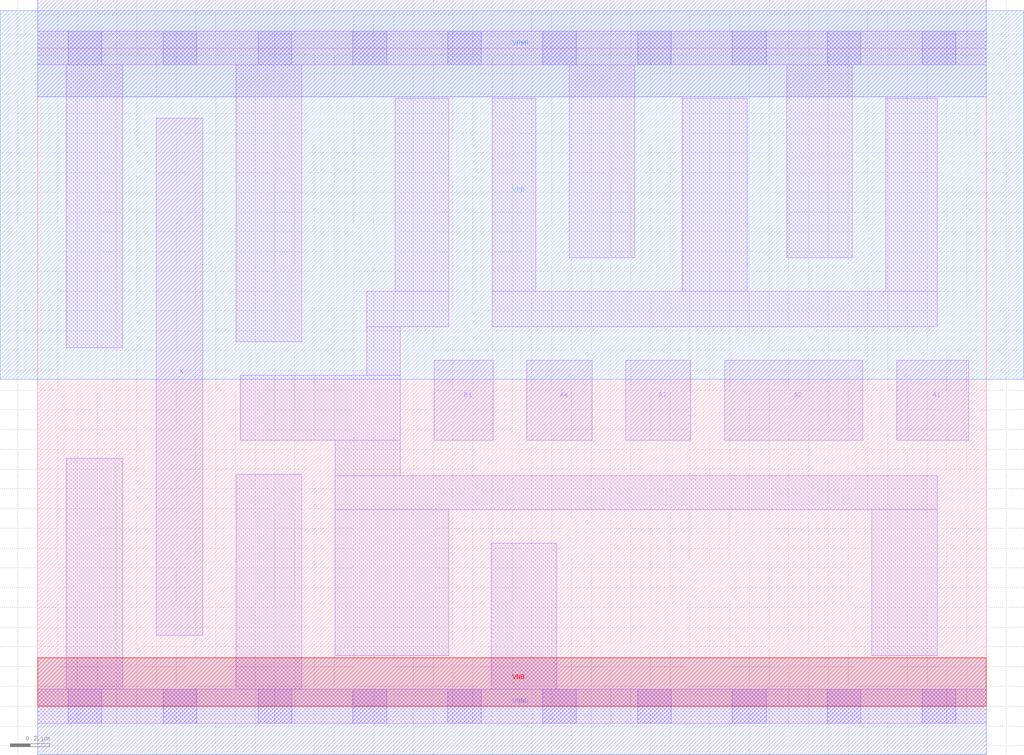
<source format=lef>
# Copyright 2020 The SkyWater PDK Authors
#
# Licensed under the Apache License, Version 2.0 (the "License");
# you may not use this file except in compliance with the License.
# You may obtain a copy of the License at
#
#     https://www.apache.org/licenses/LICENSE-2.0
#
# Unless required by applicable law or agreed to in writing, software
# distributed under the License is distributed on an "AS IS" BASIS,
# WITHOUT WARRANTIES OR CONDITIONS OF ANY KIND, either express or implied.
# See the License for the specific language governing permissions and
# limitations under the License.
#
# SPDX-License-Identifier: Apache-2.0

VERSION 5.7 ;
  NOWIREEXTENSIONATPIN ON ;
  DIVIDERCHAR "/" ;
  BUSBITCHARS "[]" ;
MACRO sky130_fd_sc_lp__a41o_2
  CLASS CORE ;
  FOREIGN sky130_fd_sc_lp__a41o_2 ;
  ORIGIN  0.000000  0.000000 ;
  SIZE  4.800000 BY  3.330000 ;
  SYMMETRY X Y R90 ;
  SITE unit ;
  PIN A1
    ANTENNAGATEAREA  0.315000 ;
    DIRECTION INPUT ;
    USE SIGNAL ;
    PORT
      LAYER li1 ;
        RECT 4.345000 1.345000 4.710000 1.750000 ;
    END
  END A1
  PIN A2
    ANTENNAGATEAREA  0.315000 ;
    DIRECTION INPUT ;
    USE SIGNAL ;
    PORT
      LAYER li1 ;
        RECT 3.475000 1.345000 4.175000 1.750000 ;
    END
  END A2
  PIN A3
    ANTENNAGATEAREA  0.315000 ;
    DIRECTION INPUT ;
    USE SIGNAL ;
    PORT
      LAYER li1 ;
        RECT 2.975000 1.345000 3.305000 1.750000 ;
    END
  END A3
  PIN A4
    ANTENNAGATEAREA  0.315000 ;
    DIRECTION INPUT ;
    USE SIGNAL ;
    PORT
      LAYER li1 ;
        RECT 2.475000 1.345000 2.805000 1.750000 ;
    END
  END A4
  PIN B1
    ANTENNAGATEAREA  0.315000 ;
    DIRECTION INPUT ;
    USE SIGNAL ;
    PORT
      LAYER li1 ;
        RECT 2.005000 1.345000 2.305000 1.750000 ;
    END
  END B1
  PIN X
    ANTENNADIFFAREA  0.588000 ;
    DIRECTION OUTPUT ;
    USE SIGNAL ;
    PORT
      LAYER li1 ;
        RECT 0.600000 0.360000 0.835000 2.975000 ;
    END
  END X
  PIN VGND
    DIRECTION INOUT ;
    USE GROUND ;
    PORT
      LAYER met1 ;
        RECT 0.000000 -0.245000 4.800000 0.245000 ;
    END
  END VGND
  PIN VNB
    DIRECTION INOUT ;
    USE GROUND ;
    PORT
      LAYER pwell ;
        RECT 0.000000 0.000000 4.800000 0.245000 ;
    END
  END VNB
  PIN VPB
    DIRECTION INOUT ;
    USE POWER ;
    PORT
      LAYER nwell ;
        RECT -0.190000 1.655000 4.990000 3.520000 ;
    END
  END VPB
  PIN VPWR
    DIRECTION INOUT ;
    USE POWER ;
    PORT
      LAYER met1 ;
        RECT 0.000000 3.085000 4.800000 3.575000 ;
    END
  END VPWR
  OBS
    LAYER li1 ;
      RECT 0.000000 -0.085000 4.800000 0.085000 ;
      RECT 0.000000  3.245000 4.800000 3.415000 ;
      RECT 0.145000  0.085000 0.430000 1.255000 ;
      RECT 0.145000  1.815000 0.430000 3.245000 ;
      RECT 1.005000  0.085000 1.335000 1.175000 ;
      RECT 1.005000  1.845000 1.335000 3.245000 ;
      RECT 1.025000  1.345000 1.835000 1.675000 ;
      RECT 1.505000  0.255000 2.080000 0.995000 ;
      RECT 1.505000  0.995000 4.550000 1.165000 ;
      RECT 1.505000  1.165000 1.835000 1.345000 ;
      RECT 1.665000  1.675000 1.835000 1.920000 ;
      RECT 1.665000  1.920000 2.080000 2.100000 ;
      RECT 1.810000  2.100000 2.080000 3.075000 ;
      RECT 2.295000  0.085000 2.625000 0.825000 ;
      RECT 2.300000  1.920000 4.550000 2.100000 ;
      RECT 2.300000  2.100000 2.520000 3.075000 ;
      RECT 2.690000  2.270000 3.020000 3.245000 ;
      RECT 3.260000  2.100000 3.590000 3.075000 ;
      RECT 3.790000  2.270000 4.120000 3.245000 ;
      RECT 4.220000  0.255000 4.550000 0.995000 ;
      RECT 4.290000  2.100000 4.550000 3.075000 ;
    LAYER mcon ;
      RECT 0.155000 -0.085000 0.325000 0.085000 ;
      RECT 0.155000  3.245000 0.325000 3.415000 ;
      RECT 0.635000 -0.085000 0.805000 0.085000 ;
      RECT 0.635000  3.245000 0.805000 3.415000 ;
      RECT 1.115000 -0.085000 1.285000 0.085000 ;
      RECT 1.115000  3.245000 1.285000 3.415000 ;
      RECT 1.595000 -0.085000 1.765000 0.085000 ;
      RECT 1.595000  3.245000 1.765000 3.415000 ;
      RECT 2.075000 -0.085000 2.245000 0.085000 ;
      RECT 2.075000  3.245000 2.245000 3.415000 ;
      RECT 2.555000 -0.085000 2.725000 0.085000 ;
      RECT 2.555000  3.245000 2.725000 3.415000 ;
      RECT 3.035000 -0.085000 3.205000 0.085000 ;
      RECT 3.035000  3.245000 3.205000 3.415000 ;
      RECT 3.515000 -0.085000 3.685000 0.085000 ;
      RECT 3.515000  3.245000 3.685000 3.415000 ;
      RECT 3.995000 -0.085000 4.165000 0.085000 ;
      RECT 3.995000  3.245000 4.165000 3.415000 ;
      RECT 4.475000 -0.085000 4.645000 0.085000 ;
      RECT 4.475000  3.245000 4.645000 3.415000 ;
  END
END sky130_fd_sc_lp__a41o_2
END LIBRARY

</source>
